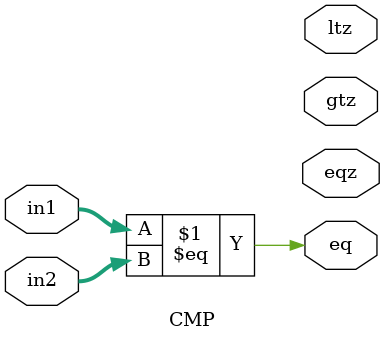
<source format=v>
`timescale 1ns / 1ps
module CMP(
        input [31:0] in1, in2,

        output eq, eqz, ltz, gtz
    );

    assign eq = in1 == in2;
endmodule

</source>
